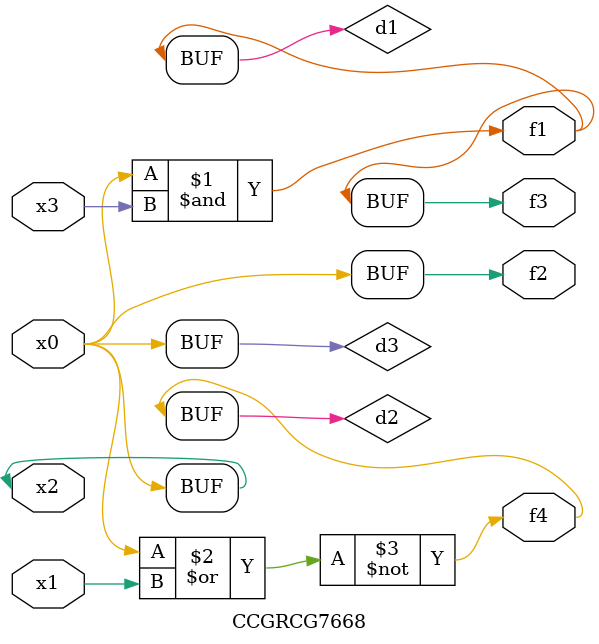
<source format=v>
module CCGRCG7668(
	input x0, x1, x2, x3,
	output f1, f2, f3, f4
);

	wire d1, d2, d3;

	and (d1, x2, x3);
	nor (d2, x0, x1);
	buf (d3, x0, x2);
	assign f1 = d1;
	assign f2 = d3;
	assign f3 = d1;
	assign f4 = d2;
endmodule

</source>
